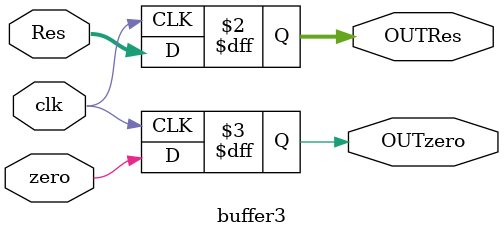
<source format=v>

module buffer3
(
	//Entradas
	input clk,
	input wire [31:0] Res,
	input wire zero,
	
	//Salidas
	output reg [31:0] OUTRes,
	output reg OUTzero
);

always @(posedge clk) begin
    OUTRes <= Res;
    OUTzero <= zero;
end

endmodule
</source>
